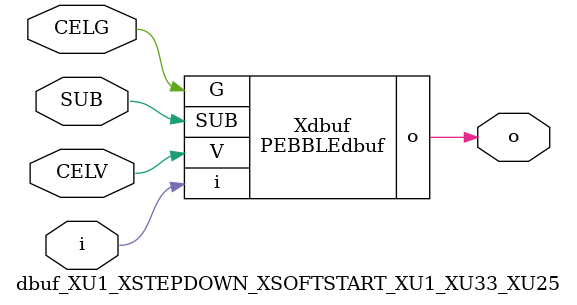
<source format=v>



module PEBBLEdbuf ( o, G, SUB, V, i );

  input V;
  input i;
  input G;
  output o;
  input SUB;
endmodule

//Celera Confidential Do Not Copy dbuf_XU1_XSTEPDOWN_XSOFTSTART_XU1_XU33_XU25
//Celera Confidential Symbol Generator
//Digital Buffer
module dbuf_XU1_XSTEPDOWN_XSOFTSTART_XU1_XU33_XU25 (CELV,CELG,i,o,SUB);
input CELV;
input CELG;
input i;
input SUB;
output o;

//Celera Confidential Do Not Copy dbuf
PEBBLEdbuf Xdbuf(
.V (CELV),
.i (i),
.o (o),
.SUB (SUB),
.G (CELG)
);
//,diesize,PEBBLEdbuf

//Celera Confidential Do Not Copy Module End
//Celera Schematic Generator
endmodule

</source>
